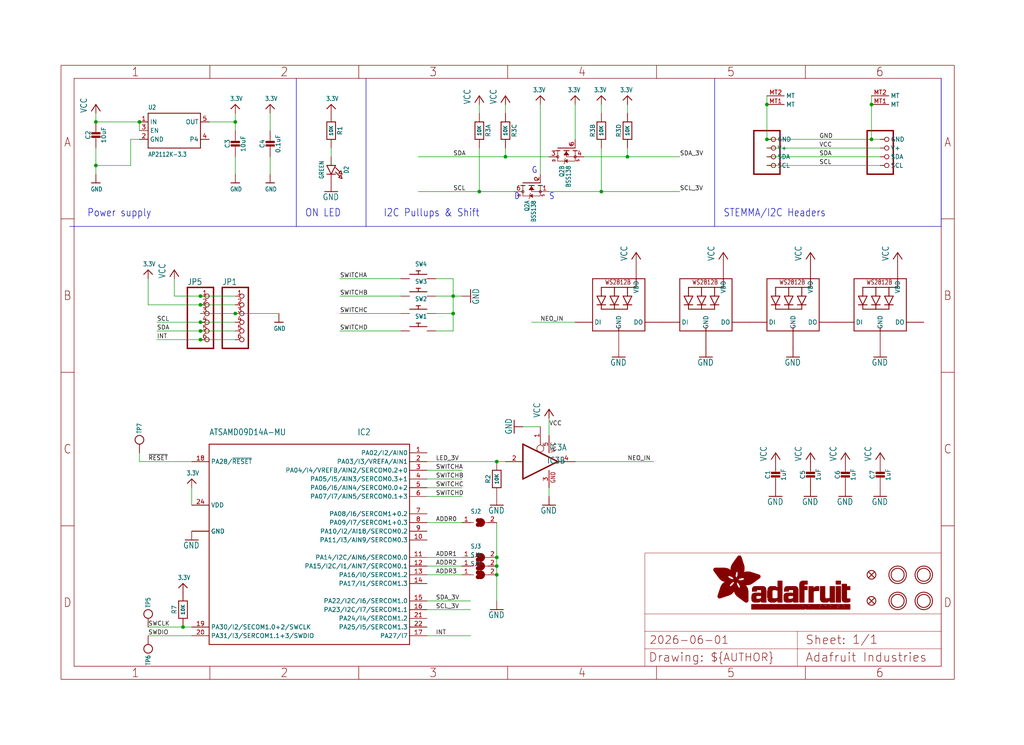
<source format=kicad_sch>
(kicad_sch (version 20230121) (generator eeschema)
  (paper "User" 298.45 217.322)
  (lib_symbols
    (symbol "working-eagle-import:3.3V" (power)
      (property "Value" "3.3V" (at -1.524 1.016 0))
      (symbol "3.3V_1_0"
        (pin power_in line (at 0 -2.54 90) (length 2.54) (name "3.3V") (number "1"))
      )
    )
    (symbol "working-eagle-import:741G125DBV"
      (property "Reference" "IC" (at -0.635 -0.635 0))
      (symbol "741G125DBV_1_0"
        (pin input line (at 0 10.16 270) (length 5.08) (name "OE") (number "1"))
        (pin input line (at -10.16 0 0) (length 5.08) (name "I") (number "2"))
        (pin tri_state line (at 10.16 0 180) (length 5.08) (name "O") (number "4"))
      )
      (symbol "741G125DBV_2_0"
        (text "GND" (at 1.905 -6.35 900) (effects (font (size 1.27 1.0795)) (justify left bottom)))
        (text "VCC" (at 1.905 2.54 900) (effects (font (size 1.27 1.0795)) (justify left bottom)))
        (pin power_in line (at 0 -7.62 90) (length 5.08) (name "GND") (number "3"))
        (pin power_in line (at 0 7.62 270) (length 5.08) (name "VCC") (number "5"))
      )
    )
    (symbol "working-eagle-import:ATSAMD09D14A-MU"
      (property "Reference" "IC" (at 12.7 33.02 0))
      (symbol "ATSAMD09D14A-MU_1_0"
        (pin bidirectional line (at 33.02 27.94 180) (length 5.08) (name "PA02/I2/AIN0") (number "1"))
        (pin bidirectional line (at 33.02 2.54 180) (length 5.08) (name "PA11/I3/AIN9/SERCOM0.3") (number "10"))
        (pin bidirectional line (at 33.02 -2.54 180) (length 5.08) (name "PA14/I2C/AIN6/SERCOM0.0") (number "11"))
        (pin bidirectional line (at 33.02 -5.08 180) (length 5.08) (name "PA15/I2C/I1/AIN7/SERCOM0.1") (number "12"))
        (pin bidirectional line (at 33.02 -7.62 180) (length 5.08) (name "PA16/I0/SERCOM1.2") (number "13"))
        (pin bidirectional line (at 33.02 -10.16 180) (length 5.08) (name "PA17/I1/SERCOM1.3") (number "14"))
        (pin bidirectional line (at 33.02 -15.24 180) (length 5.08) (name "PA22/I2C/I6/SERCOM1.0") (number "15"))
        (pin bidirectional line (at 33.02 -17.78 180) (length 5.08) (name "PA23/I2C/I7/SERCOM1.1") (number "16"))
        (pin bidirectional line (at 33.02 -25.4 180) (length 5.08) (name "PA27/I7") (number "17"))
        (pin bidirectional line (at -35.56 25.4 0) (length 5.08) (name "PA28/~{RESET}") (number "18"))
        (pin bidirectional line (at -35.56 -22.86 0) (length 5.08) (name "PA30/I2/SECOM1.0+2/SWCLK") (number "19"))
        (pin bidirectional line (at 33.02 25.4 180) (length 5.08) (name "PA03/I3/VREFA/AIN1") (number "2"))
        (pin bidirectional line (at -35.56 -25.4 0) (length 5.08) (name "PA31/I3/SERCOM1.1+3/SWDIO") (number "20"))
        (pin bidirectional line (at 33.02 -20.32 180) (length 5.08) (name "PA24/I4/SERCOM1.2") (number "21"))
        (pin bidirectional line (at 33.02 -22.86 180) (length 5.08) (name "PA25/I5/SERCOM1.3") (number "22"))
        (pin power_in line (at -35.56 5.08 0) (length 5.08) (name "GND") (number "23"))
        (pin power_in line (at -35.56 12.7 0) (length 5.08) (name "VDD") (number "24"))
        (pin bidirectional line (at 33.02 22.86 180) (length 5.08) (name "PA04/I4/VREFB/AIN2/SERCOM0.2+0") (number "3"))
        (pin bidirectional line (at 33.02 20.32 180) (length 5.08) (name "PA05/I5/AIN3/SERCOM0.3+1") (number "4"))
        (pin bidirectional line (at 33.02 17.78 180) (length 5.08) (name "PA06/I6/AIN4/SERCOM0.0+2") (number "5"))
        (pin bidirectional line (at 33.02 15.24 180) (length 5.08) (name "PA07/I7/AIN5/SERCOM0.1+3") (number "6"))
        (pin bidirectional line (at 33.02 10.16 180) (length 5.08) (name "PA08/I6/SERCOM1+0.2") (number "7"))
        (pin bidirectional line (at 33.02 7.62 180) (length 5.08) (name "PA09/I7/SERCOM1+0.3") (number "8"))
        (pin bidirectional line (at 33.02 5.08 180) (length 5.08) (name "PA10/I2/AI18/SERCOM0.2") (number "9"))
        (pin power_in line (at -35.56 5.08 0) (length 5.08) (name "GND") (number "THERM"))
      )
    )
    (symbol "working-eagle-import:CAP_CERAMIC0603_NO"
      (property "Reference" "C" (at -2.29 1.25 90))
      (symbol "CAP_CERAMIC0603_NO_1_0"
        (pin passive line (at 0 5.08 270) (length 2.54) (name "1") (number "1"))
        (pin passive line (at 0 -2.54 90) (length 2.54) (name "2") (number "2"))
      )
    )
    (symbol "working-eagle-import:CAP_CERAMIC0805-NOOUTLINE"
      (property "Reference" "C" (at -2.29 1.25 90))
      (symbol "CAP_CERAMIC0805-NOOUTLINE_1_0"
        (pin passive line (at 0 5.08 270) (length 2.54) (name "1") (number "1"))
        (pin passive line (at 0 -2.54 90) (length 2.54) (name "2") (number "2"))
      )
    )
    (symbol "working-eagle-import:FIDUCIAL_1MM")
    (symbol "working-eagle-import:FRAME_A4_ADAFRUIT"
      (symbol "FRAME_A4_ADAFRUIT_1_0"
        (text "${#}/${##}" (at 230.505 10.16 0) (effects (font (size 2.54 2.54)) (justify left bottom)))
        (text "${AUTHOR}" (at 189.23 5.08 0) (effects (font (size 2.286 2.286)) (justify left bottom)))
        (text "${CURRENT_DATE}" (at 171.45 10.16 0) (effects (font (size 2.286 2.286)) (justify left bottom)))
        (text "${PROJECTNAME}" (at 171.45 15.24 0) (effects (font (size 2.54 2.54)) (justify left bottom)))
        (text "1" (at 21.6958 1.905 0) (effects (font (size 2.54 2.286))))
        (text "1" (at 21.6958 177.165 0) (effects (font (size 2.54 2.286))))
        (text "2" (at 65.0875 1.905 0) (effects (font (size 2.54 2.286))))
        (text "2" (at 65.0875 177.165 0) (effects (font (size 2.54 2.286))))
        (text "3" (at 108.4792 1.905 0) (effects (font (size 2.54 2.286))))
        (text "3" (at 108.4792 177.165 0) (effects (font (size 2.54 2.286))))
        (text "4" (at 151.8708 1.905 0) (effects (font (size 2.54 2.286))))
        (text "4" (at 151.8708 177.165 0) (effects (font (size 2.54 2.286))))
        (text "5" (at 195.2625 1.905 0) (effects (font (size 2.54 2.286))))
        (text "5" (at 195.2625 177.165 0) (effects (font (size 2.54 2.286))))
        (text "6" (at 238.6542 1.905 0) (effects (font (size 2.54 2.286))))
        (text "6" (at 238.6542 177.165 0) (effects (font (size 2.54 2.286))))
        (text "A" (at 1.905 156.6863 0) (effects (font (size 2.54 2.286))))
        (text "A" (at 258.445 156.6863 0) (effects (font (size 2.54 2.286))))
        (text "Adafruit Industries" (at 216.916 4.953 0) (effects (font (size 2.54 2.54)) (justify left bottom)))
        (text "B" (at 1.905 111.9188 0) (effects (font (size 2.54 2.286))))
        (text "B" (at 258.445 111.9188 0) (effects (font (size 2.54 2.286))))
        (text "C" (at 1.905 67.1513 0) (effects (font (size 2.54 2.286))))
        (text "C" (at 258.445 67.1513 0) (effects (font (size 2.54 2.286))))
        (text "D" (at 1.905 22.3838 0) (effects (font (size 2.54 2.286))))
        (text "D" (at 258.445 22.3838 0) (effects (font (size 2.54 2.286))))
        (text "Drawing:" (at 171.196 4.953 0) (effects (font (size 2.54 2.54)) (justify left bottom)))
        (text "Sheet:" (at 216.916 10.033 0) (effects (font (size 2.54 2.54)) (justify left bottom)))
      )
    )
    (symbol "working-eagle-import:GND" (power)
      (property "Value" "GND" (at -1.524 -2.54 0))
      (symbol "GND_1_0"
        (pin power_in line (at 0 2.54 270) (length 2.54) (name "GND") (number "1"))
      )
    )
    (symbol "working-eagle-import:HEADER-1X670MIL"
      (property "Reference" "JP" (at -6.35 10.795 0))
      (symbol "HEADER-1X670MIL_1_0"
        (pin passive inverted (at -2.54 7.62 0) (length 2.54) (name "1") (number "1"))
        (pin passive inverted (at -2.54 5.08 0) (length 2.54) (name "2") (number "2"))
        (pin passive inverted (at -2.54 2.54 0) (length 2.54) (name "3") (number "3"))
        (pin passive inverted (at -2.54 0 0) (length 2.54) (name "4") (number "4"))
        (pin passive inverted (at -2.54 -2.54 0) (length 2.54) (name "5") (number "5"))
        (pin passive inverted (at -2.54 -5.08 0) (length 2.54) (name "6") (number "6"))
      )
    )
    (symbol "working-eagle-import:LED0603_NOOUTLINE"
      (property "Reference" "D" (at -1.27 4.445 0))
      (symbol "LED0603_NOOUTLINE_1_0"
        (pin passive line (at -5.08 0 0) (length 2.54) (name "A") (number "A"))
        (pin passive line (at 2.54 0 180) (length 2.54) (name "C") (number "C"))
      )
    )
    (symbol "working-eagle-import:MOSFET-N_DUAL"
      (property "Reference" "Q" (at 5.08 0.635 0))
      (symbol "MOSFET-N_DUAL_1_0"
        (text "D" (at 3.175 3.175 0) (effects (font (size 0.8128 0.6908)) (justify left bottom)))
        (text "G" (at -1.27 -1.905 0) (effects (font (size 0.8128 0.6908)) (justify left bottom)))
        (text "S" (at 3.175 -3.81 0) (effects (font (size 0.8128 0.6908)) (justify left bottom)))
        (pin bidirectional line (at 2.54 -5.08 90) (length 2.54) (name "S") (number "1"))
        (pin bidirectional line (at -2.54 -2.54 0) (length 2.54) (name "G") (number "2"))
        (pin bidirectional line (at 2.54 5.08 270) (length 2.54) (name "D") (number "6"))
      )
      (symbol "MOSFET-N_DUAL_2_0"
        (text "D" (at 3.175 3.175 0) (effects (font (size 0.8128 0.6908)) (justify left bottom)))
        (text "G" (at -1.27 -1.905 0) (effects (font (size 0.8128 0.6908)) (justify left bottom)))
        (text "S" (at 3.175 -3.81 0) (effects (font (size 0.8128 0.6908)) (justify left bottom)))
        (pin bidirectional line (at 2.54 5.08 270) (length 2.54) (name "D") (number "3"))
        (pin bidirectional line (at 2.54 -5.08 90) (length 2.54) (name "S") (number "4"))
        (pin bidirectional line (at -2.54 -2.54 0) (length 2.54) (name "G") (number "5"))
      )
    )
    (symbol "working-eagle-import:MOUNTINGHOLE2.5")
    (symbol "working-eagle-import:RESISTOR_0603_NOOUT"
      (property "Reference" "R" (at 0 2.54 0))
      (symbol "RESISTOR_0603_NOOUT_1_0"
        (pin passive line (at -5.08 0 0) (length 2.54) (name "1") (number "1"))
        (pin passive line (at 5.08 0 180) (length 2.54) (name "2") (number "2"))
      )
    )
    (symbol "working-eagle-import:RESISTOR_4PACK"
      (property "Reference" "R" (at 0 2.54 0))
      (symbol "RESISTOR_4PACK_1_0"
        (pin passive line (at -5.08 0 0) (length 2.54) (name "1") (number "1"))
        (pin passive line (at 5.08 0 180) (length 2.54) (name "2") (number "8"))
      )
      (symbol "RESISTOR_4PACK_2_0"
        (pin passive line (at -5.08 0 0) (length 2.54) (name "1") (number "2"))
        (pin passive line (at 5.08 0 180) (length 2.54) (name "2") (number "7"))
      )
      (symbol "RESISTOR_4PACK_3_0"
        (pin passive line (at -5.08 0 0) (length 2.54) (name "1") (number "3"))
        (pin passive line (at 5.08 0 180) (length 2.54) (name "2") (number "6"))
      )
      (symbol "RESISTOR_4PACK_4_0"
        (pin passive line (at -5.08 0 0) (length 2.54) (name "1") (number "4"))
        (pin passive line (at 5.08 0 180) (length 2.54) (name "2") (number "5"))
      )
    )
    (symbol "working-eagle-import:SOLDERJUMPER"
      (property "Reference" "SJ" (at -2.54 2.54 0))
      (symbol "SOLDERJUMPER_1_0"
        (pin passive line (at -5.08 0 0) (length 2.54) (name "1") (number "1"))
        (pin passive line (at 5.08 0 180) (length 2.54) (name "2") (number "2"))
      )
    )
    (symbol "working-eagle-import:STEMMA_I2C_QT"
      (symbol "STEMMA_I2C_QT_1_0"
        (pin passive inverted (at 0 5.08 0) (length 2.54) (name "GND") (number "1"))
        (pin passive inverted (at 0 2.54 0) (length 2.54) (name "V+") (number "2"))
        (pin passive inverted (at 0 0 0) (length 2.54) (name "SDA") (number "3"))
        (pin passive inverted (at 0 -2.54 0) (length 2.54) (name "SCL") (number "4"))
      )
      (symbol "STEMMA_I2C_QT_2_0"
        (pin bidirectional line (at 0 0 0) (length 5.08) (name "MT") (number "MT1"))
      )
      (symbol "STEMMA_I2C_QT_3_0"
        (pin bidirectional line (at 0 0 0) (length 5.08) (name "MT") (number "MT2"))
      )
    )
    (symbol "working-eagle-import:SWITCH_PUSHBUTTON_KAILH_SOCKET"
      (property "Reference" "SW" (at -2.54 3.556 0))
      (symbol "SWITCH_PUSHBUTTON_KAILH_SOCKET_1_0"
        (pin passive line (at -5.08 0 0) (length 2.54) (name "P$1") (number "1"))
        (pin passive line (at 5.08 0 180) (length 2.54) (name "P$2") (number "2"))
      )
    )
    (symbol "working-eagle-import:TESTPOINTROUND1.5MM"
      (property "Reference" "TP" (at 0 5.588 90))
      (symbol "TESTPOINTROUND1.5MM_1_0"
        (pin bidirectional line (at 0 0 90) (length 2.54) (name "P$1") (number "P$1"))
      )
    )
    (symbol "working-eagle-import:VCC" (power)
      (property "Value" "VCC" (at -2.54 -2.54 90))
      (symbol "VCC_1_0"
        (pin power_in line (at 0 -2.54 90) (length 2.54) (name "VCC") (number "1"))
      )
    )
    (symbol "working-eagle-import:VREG_SOT23-5"
      (property "Reference" "U" (at -7.62 6.096 0))
      (symbol "VREG_SOT23-5_1_0"
        (pin power_in line (at -10.16 2.54 0) (length 2.54) (name "IN") (number "1"))
        (pin power_in line (at -10.16 -2.54 0) (length 2.54) (name "GND") (number "2"))
        (pin input line (at -10.16 0 0) (length 2.54) (name "EN") (number "3"))
        (pin bidirectional line (at 10.16 -2.54 180) (length 2.54) (name "P4") (number "4"))
        (pin power_in line (at 10.16 2.54 180) (length 2.54) (name "OUT") (number "5"))
      )
    )
    (symbol "working-eagle-import:WS2812B_SK6812E"
      (symbol "WS2812B_SK6812E_1_0"
        (text "WS2812B" (at -4.064 8.382 0) (effects (font (size 1.27 1.0795)) (justify left bottom)))
        (pin power_in line (at 5.08 15.24 270) (length 5.08) (name "VDD") (number "1-VDD"))
        (pin output line (at 12.7 -2.54 180) (length 5.08) (name "DO") (number "2-DOUT"))
        (pin power_in line (at 0 -10.16 90) (length 5.08) (name "GND") (number "3-GND"))
        (pin input line (at -12.7 -2.54 0) (length 5.08) (name "DI") (number "4-DIN"))
      )
    )
    (symbol "working-eagle-import:supply1_GND" (power)
      (property "Value" "supply1_GND" (at -2.54 -2.54 0))
      (symbol "supply1_GND_1_0"
        (pin power_in line (at 0 2.54 270) (length 2.54) (name "GND") (number "1"))
      )
    )
  )
  (junction (at 223.52 30.48))
  (junction (at 144.78 162.56))
  (junction (at 147.32 45.72))
  (junction (at 132.08 91.44))
  (junction (at 254 30.48))
  (junction (at 58.42 93.98))
  (junction (at 182.88 45.72))
  (junction (at 144.78 167.64))
  (junction (at 40.64 35.56))
  (junction (at 27.94 48.26))
  (junction (at 53.34 182.88))
  (junction (at 58.42 86.36))
  (junction (at 223.52 40.64))
  (junction (at 139.7 55.88))
  (junction (at 132.08 86.36))
  (junction (at 58.42 88.9))
  (junction (at 144.78 134.62))
  (junction (at 58.42 96.52))
  (junction (at 175.26 55.88))
  (junction (at 27.94 35.56))
  (junction (at 68.58 91.44))
  (junction (at 144.78 165.1))
  (junction (at 68.58 35.56))
  (junction (at 58.42 99.06))
  (junction (at 254 40.64))
  (wire (pts (xy 116.84 91.44) (xy 99.06 91.44)) (stroke (width 0.1524)))
  (wire (pts (xy 68.58 35.56) (xy 68.58 38.1)) (stroke (width 0.1524)))
  (wire (pts (xy 144.78 162.56) (xy 144.78 165.1)) (stroke (width 0.1524)))
  (wire (pts (xy 132.08 86.36) (xy 127 86.36)) (stroke (width 0.1524)))
  (wire (pts (xy 170.18 45.72) (xy 182.88 45.72)) (stroke (width 0.1524)))
  (wire (pts (xy 223.52 30.48) (xy 223.52 40.64)) (stroke (width 0.1524)))
  (wire (pts (xy 124.46 142.24) (xy 134.62 142.24)) (stroke (width 0.1524)))
  (wire (pts (xy 157.48 50.8) (xy 157.48 30.48)) (stroke (width 0.1524)))
  (wire (pts (xy 147.32 33.02) (xy 147.32 30.48)) (stroke (width 0.1524)))
  (wire (pts (xy 58.42 99.06) (xy 45.72 99.06)) (stroke (width 0.1524)))
  (wire (pts (xy 124.46 144.78) (xy 134.62 144.78)) (stroke (width 0.1524)))
  (wire (pts (xy 144.78 167.64) (xy 144.78 175.26)) (stroke (width 0.1524)))
  (wire (pts (xy 144.78 152.4) (xy 144.78 162.56)) (stroke (width 0.1524)))
  (wire (pts (xy 124.46 177.8) (xy 137.16 177.8)) (stroke (width 0.1524)))
  (wire (pts (xy 182.88 33.02) (xy 182.88 30.48)) (stroke (width 0.1524)))
  (wire (pts (xy 43.18 88.9) (xy 43.18 81.28)) (stroke (width 0.1524)))
  (wire (pts (xy 223.52 48.26) (xy 256.54 48.26)) (stroke (width 0.1524)))
  (wire (pts (xy 40.64 35.56) (xy 27.94 35.56)) (stroke (width 0.1524)))
  (wire (pts (xy 68.58 91.44) (xy 58.42 91.44)) (stroke (width 0.1524)))
  (wire (pts (xy 27.94 48.26) (xy 27.94 50.8)) (stroke (width 0.1524)))
  (wire (pts (xy 160.02 127) (xy 160.02 121.92)) (stroke (width 0.1524)))
  (wire (pts (xy 127 91.44) (xy 132.08 91.44)) (stroke (width 0.1524)))
  (wire (pts (xy 167.64 93.98) (xy 154.94 93.98)) (stroke (width 0.1524)))
  (polyline (pts (xy 86.36 66.04) (xy 106.68 66.04)) (stroke (width 0.1524) (type solid)))
  (wire (pts (xy 137.16 185.42) (xy 124.46 185.42)) (stroke (width 0.1524)))
  (wire (pts (xy 190.5 134.62) (xy 167.64 134.62)) (stroke (width 0.1524)))
  (wire (pts (xy 116.84 86.36) (xy 99.06 86.36)) (stroke (width 0.1524)))
  (wire (pts (xy 55.88 185.42) (xy 43.18 185.42)) (stroke (width 0.1524)))
  (wire (pts (xy 27.94 33.02) (xy 27.94 35.56)) (stroke (width 0.1524)))
  (wire (pts (xy 55.88 134.62) (xy 40.64 134.62)) (stroke (width 0.1524)))
  (wire (pts (xy 40.64 134.62) (xy 40.64 132.08)) (stroke (width 0.1524)))
  (wire (pts (xy 139.7 43.18) (xy 139.7 55.88)) (stroke (width 0.1524)))
  (wire (pts (xy 127 96.52) (xy 132.08 96.52)) (stroke (width 0.1524)))
  (polyline (pts (xy 208.28 22.86) (xy 208.28 66.04)) (stroke (width 0.1524) (type solid)))
  (wire (pts (xy 175.26 33.02) (xy 175.26 30.48)) (stroke (width 0.1524)))
  (wire (pts (xy 68.58 99.06) (xy 58.42 99.06)) (stroke (width 0.1524)))
  (wire (pts (xy 144.78 165.1) (xy 144.78 167.64)) (stroke (width 0.1524)))
  (wire (pts (xy 132.08 86.36) (xy 134.62 86.36)) (stroke (width 0.1524)))
  (wire (pts (xy 27.94 48.26) (xy 27.94 43.18)) (stroke (width 0.1524)))
  (wire (pts (xy 175.26 43.18) (xy 175.26 55.88)) (stroke (width 0.1524)))
  (wire (pts (xy 254 30.48) (xy 254 40.64)) (stroke (width 0.1524)))
  (wire (pts (xy 50.8 86.36) (xy 50.8 81.28)) (stroke (width 0.1524)))
  (wire (pts (xy 157.48 124.46) (xy 152.4 124.46)) (stroke (width 0.1524)))
  (wire (pts (xy 68.58 45.72) (xy 68.58 50.8)) (stroke (width 0.1524)))
  (wire (pts (xy 68.58 93.98) (xy 58.42 93.98)) (stroke (width 0.1524)))
  (wire (pts (xy 144.78 134.62) (xy 147.32 134.62)) (stroke (width 0.1524)))
  (wire (pts (xy 175.26 55.88) (xy 198.12 55.88)) (stroke (width 0.1524)))
  (wire (pts (xy 127 81.28) (xy 132.08 81.28)) (stroke (width 0.1524)))
  (wire (pts (xy 132.08 81.28) (xy 132.08 86.36)) (stroke (width 0.1524)))
  (wire (pts (xy 58.42 86.36) (xy 50.8 86.36)) (stroke (width 0.1524)))
  (polyline (pts (xy 274.32 22.86) (xy 274.32 66.04)) (stroke (width 0.1524) (type solid)))
  (wire (pts (xy 182.88 43.18) (xy 182.88 45.72)) (stroke (width 0.1524)))
  (wire (pts (xy 124.46 152.4) (xy 134.62 152.4)) (stroke (width 0.1524)))
  (wire (pts (xy 124.46 137.16) (xy 134.62 137.16)) (stroke (width 0.1524)))
  (wire (pts (xy 124.46 175.26) (xy 137.16 175.26)) (stroke (width 0.1524)))
  (wire (pts (xy 55.88 142.24) (xy 55.88 147.32)) (stroke (width 0.1524)))
  (wire (pts (xy 124.46 165.1) (xy 134.62 165.1)) (stroke (width 0.1524)))
  (wire (pts (xy 124.46 139.7) (xy 134.62 139.7)) (stroke (width 0.1524)))
  (wire (pts (xy 147.32 43.18) (xy 147.32 45.72)) (stroke (width 0.1524)))
  (wire (pts (xy 96.52 45.72) (xy 96.52 43.18)) (stroke (width 0.1524)))
  (wire (pts (xy 40.64 40.64) (xy 38.1 40.64)) (stroke (width 0.1524)))
  (wire (pts (xy 116.84 96.52) (xy 99.06 96.52)) (stroke (width 0.1524)))
  (wire (pts (xy 116.84 81.28) (xy 99.06 81.28)) (stroke (width 0.1524)))
  (wire (pts (xy 147.32 45.72) (xy 121.92 45.72)) (stroke (width 0.1524)))
  (wire (pts (xy 223.52 27.94) (xy 223.52 30.48)) (stroke (width 0.1524)))
  (wire (pts (xy 68.58 91.44) (xy 81.28 91.44)) (stroke (width 0.1524)))
  (wire (pts (xy 78.74 45.72) (xy 78.74 50.8)) (stroke (width 0.1524)))
  (wire (pts (xy 58.42 96.52) (xy 45.72 96.52)) (stroke (width 0.1524)))
  (wire (pts (xy 58.42 93.98) (xy 45.72 93.98)) (stroke (width 0.1524)))
  (wire (pts (xy 43.18 182.88) (xy 53.34 182.88)) (stroke (width 0.1524)))
  (wire (pts (xy 160.02 144.78) (xy 160.02 142.24)) (stroke (width 0.1524)))
  (wire (pts (xy 68.58 96.52) (xy 58.42 96.52)) (stroke (width 0.1524)))
  (polyline (pts (xy 20.32 66.04) (xy 86.36 66.04)) (stroke (width 0.1524) (type solid)))
  (wire (pts (xy 160.02 55.88) (xy 175.26 55.88)) (stroke (width 0.1524)))
  (wire (pts (xy 254 40.64) (xy 223.52 40.64)) (stroke (width 0.1524)))
  (wire (pts (xy 256.54 45.72) (xy 223.52 45.72)) (stroke (width 0.1524)))
  (wire (pts (xy 38.1 40.64) (xy 38.1 48.26)) (stroke (width 0.1524)))
  (wire (pts (xy 132.08 91.44) (xy 132.08 86.36)) (stroke (width 0.1524)))
  (wire (pts (xy 68.58 35.56) (xy 68.58 33.02)) (stroke (width 0.1524)))
  (wire (pts (xy 139.7 55.88) (xy 121.92 55.88)) (stroke (width 0.1524)))
  (polyline (pts (xy 208.28 66.04) (xy 274.32 66.04)) (stroke (width 0.1524) (type solid)))
  (polyline (pts (xy 106.68 22.86) (xy 106.68 66.04)) (stroke (width 0.1524) (type solid)))
  (wire (pts (xy 38.1 48.26) (xy 27.94 48.26)) (stroke (width 0.1524)))
  (wire (pts (xy 254 27.94) (xy 254 30.48)) (stroke (width 0.1524)))
  (wire (pts (xy 160.02 45.72) (xy 147.32 45.72)) (stroke (width 0.1524)))
  (wire (pts (xy 139.7 30.48) (xy 139.7 33.02)) (stroke (width 0.1524)))
  (wire (pts (xy 53.34 182.88) (xy 55.88 182.88)) (stroke (width 0.1524)))
  (wire (pts (xy 149.86 55.88) (xy 139.7 55.88)) (stroke (width 0.1524)))
  (wire (pts (xy 124.46 134.62) (xy 144.78 134.62)) (stroke (width 0.1524)))
  (wire (pts (xy 60.96 35.56) (xy 68.58 35.56)) (stroke (width 0.1524)))
  (wire (pts (xy 256.54 40.64) (xy 254 40.64)) (stroke (width 0.1524)))
  (wire (pts (xy 68.58 86.36) (xy 58.42 86.36)) (stroke (width 0.1524)))
  (wire (pts (xy 124.46 162.56) (xy 134.62 162.56)) (stroke (width 0.1524)))
  (polyline (pts (xy 86.36 22.86) (xy 86.36 66.04)) (stroke (width 0.1524) (type solid)))
  (wire (pts (xy 124.46 167.64) (xy 134.62 167.64)) (stroke (width 0.1524)))
  (wire (pts (xy 182.88 45.72) (xy 198.12 45.72)) (stroke (width 0.1524)))
  (wire (pts (xy 40.64 38.1) (xy 40.64 35.56)) (stroke (width 0.1524)))
  (wire (pts (xy 58.42 88.9) (xy 43.18 88.9)) (stroke (width 0.1524)))
  (wire (pts (xy 78.74 33.02) (xy 78.74 38.1)) (stroke (width 0.1524)))
  (wire (pts (xy 167.64 40.64) (xy 167.64 30.48)) (stroke (width 0.1524)))
  (polyline (pts (xy 106.68 66.04) (xy 208.28 66.04)) (stroke (width 0.1524) (type solid)))
  (wire (pts (xy 223.52 43.18) (xy 256.54 43.18)) (stroke (width 0.1524)))
  (wire (pts (xy 132.08 96.52) (xy 132.08 91.44)) (stroke (width 0.1524)))
  (wire (pts (xy 68.58 88.9) (xy 58.42 88.9)) (stroke (width 0.1524)))
  (text "G" (at 154.94 50.8 0) (effects (font (size 1.778 1.5113)) (justify left bottom)))
  (text "Power supply" (at 25.4 63.5 0) (effects (font (size 2.1844 1.8567)) (justify left bottom)))
  (text "STEMMA/I2C Headers" (at 210.82 63.5 0) (effects (font (size 2.1844 1.8567)) (justify left bottom)))
  (text "ON LED" (at 88.9 63.5 0) (effects (font (size 2.1844 1.8567)) (justify left bottom)))
  (text "D" (at 149.86 58.42 0) (effects (font (size 1.778 1.5113)) (justify left bottom)))
  (text "I2C Pullups & Shift" (at 111.76 63.5 0) (effects (font (size 2.1844 1.8567)) (justify left bottom)))
  (text "S" (at 160.02 58.42 0) (effects (font (size 1.778 1.5113)) (justify left bottom)))
  (label "NEO_IN" (at 157.48 93.98 0) (effects (font (size 1.2446 1.2446))))
  (label "ADDR0" (at 127 152.4 0) (effects (font (size 1.2446 1.2446))))
  (label "SWITCHA" (at 127 137.16 0) (effects (font (size 1.2446 1.2446))))
  (label "ADDR1" (at 127 162.56 0) (effects (font (size 1.2446 1.2446))))
  (label "SWITCHB" (at 127 139.7 0) (effects (font (size 1.2446 1.2446))))
  (label "SDA" (at 132.08 45.72 0) (effects (font (size 1.2446 1.2446))))
  (label "~{RESET}" (at 43.18 134.62 0) (effects (font (size 1.2446 1.2446))))
  (label "SDA" (at 238.76 45.72 0) (effects (font (size 1.2446 1.2446))))
  (label "SWDIO" (at 43.18 185.42 0) (effects (font (size 1.2446 1.2446))))
  (label "SWITCHD" (at 99.06 96.52 0) (effects (font (size 1.2446 1.2446))))
  (label "SCL_3V" (at 198.12 55.88 0) (effects (font (size 1.2446 1.2446))))
  (label "INT" (at 127 185.42 0) (effects (font (size 1.2446 1.2446))))
  (label "SDA" (at 45.72 96.52 0) (effects (font (size 1.2446 1.2446))))
  (label "SWCLK" (at 43.18 182.88 0) (effects (font (size 1.2446 1.2446))))
  (label "SCL" (at 132.08 55.88 0) (effects (font (size 1.2446 1.2446))))
  (label "SDA_3V" (at 127 175.26 0) (effects (font (size 1.2446 1.2446))))
  (label "VCC" (at 238.76 43.18 0) (effects (font (size 1.2446 1.2446))))
  (label "SWITCHC" (at 127 142.24 0) (effects (font (size 1.2446 1.2446))))
  (label "SCL" (at 238.76 48.26 0) (effects (font (size 1.2446 1.2446))))
  (label "ADDR3" (at 127 167.64 0) (effects (font (size 1.2446 1.2446))))
  (label "SWITCHD" (at 127 144.78 0) (effects (font (size 1.2446 1.2446))))
  (label "SWITCHB" (at 99.06 86.36 0) (effects (font (size 1.2446 1.2446))))
  (label "GND" (at 238.76 40.64 0) (effects (font (size 1.2446 1.2446))))
  (label "VCC" (at 160.02 124.46 0) (effects (font (size 1.2446 1.2446))))
  (label "INT" (at 45.72 99.06 0) (effects (font (size 1.2446 1.2446))))
  (label "LED_3V" (at 127 134.62 0) (effects (font (size 1.2446 1.2446))))
  (label "ADDR2" (at 127 165.1 0) (effects (font (size 1.2446 1.2446))))
  (label "SDA_3V" (at 198.12 45.72 0) (effects (font (size 1.2446 1.2446))))
  (label "SCL_3V" (at 127 177.8 0) (effects (font (size 1.2446 1.2446))))
  (label "NEO_IN" (at 182.88 134.62 0) (effects (font (size 1.2446 1.2446))))
  (label "SWITCHA" (at 99.06 81.28 0) (effects (font (size 1.2446 1.2446))))
  (label "SWITCHC" (at 99.06 91.44 0) (effects (font (size 1.2446 1.2446))))
  (label "SCL" (at 45.72 93.98 0) (effects (font (size 1.2446 1.2446))))
  (symbol (lib_id "working-eagle-import:STEMMA_I2C_QT") (at 254 30.48 0) (unit 2)
    (property "Reference" "CONN4" (effects hide))
    (property "Value" "STEMMA_I2C_QT" (effects hide))
    (property "Footprint" "working:JST_SH4" (effects hide))
  )
  (symbol (lib_id "working-eagle-import:VCC") (at 256.54 132.08 0) (unit 1)
    (property "Reference" "#P+13" (effects hide))
    (property "Value" "VCC" (at 254 134.62 90) (effects (font (size 1.778 1.5113)) (justify left bottom)))
  )
  (symbol (lib_id "working-eagle-import:VCC") (at 50.8 78.74 0) (unit 1)
    (property "Reference" "#P+4" (effects hide))
    (property "Value" "VCC" (at 48.26 81.28 90) (effects (font (size 1.778 1.5113)) (justify left bottom)))
  )
  (symbol (lib_id "working-eagle-import:741G125DBV") (at 160.02 134.62 0) (unit 2)
    (property "Reference" "IC3" (at 159.385 135.255 0) (effects (font (size 1.778 1.5113)) (justify left bottom)))
    (property "Value" "741G125DBV" (effects hide))
    (property "Footprint" "working:SOT23-5" (effects hide))
  )
  (symbol (lib_id "working-eagle-import:VCC") (at 139.7 27.94 0) (unit 1)
    (property "Reference" "#P+1" (effects hide))
    (property "Value" "VCC" (at 137.16 30.48 90) (effects (font (size 1.778 1.5113)) (justify left bottom)))
  )
  (symbol (lib_id "working-eagle-import:supply1_GND") (at 160.02 147.32 0) (unit 1)
    (property "Reference" "#GND11" (effects hide))
    (property "Value" "GND" (at 157.48 149.86 0) (effects (font (size 1.778 1.5113)) (justify left bottom)))
  )
  (symbol (lib_id "working-eagle-import:CAP_CERAMIC0805-NOOUTLINE") (at 68.58 43.18 0) (unit 1)
    (property "Reference" "C3" (at 66.29 41.93 90))
    (property "Value" "10uF" (at 70.88 41.93 90))
    (property "Footprint" "working:0805-NO" (effects hide))
  )
  (symbol (lib_id "working-eagle-import:VCC") (at 210.82 73.66 0) (unit 1)
    (property "Reference" "#P+7" (effects hide))
    (property "Value" "VCC" (at 208.28 76.2 90) (effects (font (size 1.778 1.5113)) (justify left bottom)))
  )
  (symbol (lib_id "working-eagle-import:VCC") (at 236.22 132.08 0) (unit 1)
    (property "Reference" "#P+11" (effects hide))
    (property "Value" "VCC" (at 233.68 134.62 90) (effects (font (size 1.778 1.5113)) (justify left bottom)))
  )
  (symbol (lib_id "working-eagle-import:FIDUCIAL_1MM") (at 254 167.64 0) (unit 1)
    (property "Reference" "FID2" (effects hide))
    (property "Value" "FIDUCIAL_1MM" (effects hide))
    (property "Footprint" "working:FIDUCIAL_1MM" (effects hide))
  )
  (symbol (lib_id "working-eagle-import:STEMMA_I2C_QT") (at 256.54 45.72 0) (unit 1)
    (property "Reference" "CONN4" (effects hide))
    (property "Value" "STEMMA_I2C_QT" (effects hide))
    (property "Footprint" "working:JST_SH4" (effects hide))
  )
  (symbol (lib_id "working-eagle-import:MOSFET-N_DUAL") (at 154.94 53.34 90) (mirror x) (unit 1)
    (property "Reference" "Q2" (at 154.305 58.42 0) (effects (font (size 1.27 1.0795)) (justify left bottom)))
    (property "Value" "BSS138" (at 156.21 58.42 0) (effects (font (size 1.27 1.0795)) (justify left bottom)))
    (property "Footprint" "working:SOT363" (effects hide))
  )
  (symbol (lib_id "working-eagle-import:MOUNTINGHOLE2.5") (at 261.62 167.64 0) (unit 1)
    (property "Reference" "U$17" (effects hide))
    (property "Value" "MOUNTINGHOLE2.5" (effects hide))
    (property "Footprint" "working:MOUNTINGHOLE_2.5_PLATED" (effects hide))
  )
  (symbol (lib_id "working-eagle-import:supply1_GND") (at 205.74 104.14 0) (unit 1)
    (property "Reference" "#GND2" (effects hide))
    (property "Value" "GND" (at 203.2 106.68 0) (effects (font (size 1.778 1.5113)) (justify left bottom)))
  )
  (symbol (lib_id "working-eagle-import:GND") (at 68.58 53.34 0) (unit 1)
    (property "Reference" "#U$5" (effects hide))
    (property "Value" "GND" (at 67.056 55.88 0) (effects (font (size 1.27 1.0795)) (justify left bottom)))
  )
  (symbol (lib_id "working-eagle-import:3.3V") (at 167.64 27.94 0) (mirror y) (unit 1)
    (property "Reference" "#U$23" (effects hide))
    (property "Value" "3.3V" (at 169.164 26.924 0) (effects (font (size 1.27 1.0795)) (justify left bottom)))
  )
  (symbol (lib_id "working-eagle-import:3.3V") (at 43.18 78.74 0) (unit 1)
    (property "Reference" "#U$16" (effects hide))
    (property "Value" "3.3V" (at 41.656 77.724 0) (effects (font (size 1.27 1.0795)) (justify left bottom)))
  )
  (symbol (lib_id "working-eagle-import:LED0603_NOOUTLINE") (at 96.52 50.8 270) (unit 1)
    (property "Reference" "D2" (at 100.965 49.53 0) (effects (font (size 1.27 1.0795))))
    (property "Value" "GREEN" (at 93.726 49.53 0) (effects (font (size 1.27 1.0795))))
    (property "Footprint" "working:CHIPLED_0603_NOOUTLINE" (effects hide))
  )
  (symbol (lib_id "working-eagle-import:SOLDERJUMPER") (at 139.7 165.1 0) (unit 1)
    (property "Reference" "SJ4" (at 137.16 162.56 0) (effects (font (size 1.27 1.0795)) (justify left bottom)))
    (property "Value" "SOLDERJUMPER" (effects hide))
    (property "Footprint" "working:SOLDERJUMPER_ARROW_NOPASTE" (effects hide))
  )
  (symbol (lib_id "working-eagle-import:MOUNTINGHOLE2.5") (at 261.62 175.26 0) (unit 1)
    (property "Reference" "U$3" (effects hide))
    (property "Value" "MOUNTINGHOLE2.5" (effects hide))
    (property "Footprint" "working:MOUNTINGHOLE_2.5_PLATED" (effects hide))
  )
  (symbol (lib_id "working-eagle-import:3.3V") (at 157.48 27.94 0) (mirror y) (unit 1)
    (property "Reference" "#U$26" (effects hide))
    (property "Value" "3.3V" (at 159.004 26.924 0) (effects (font (size 1.27 1.0795)) (justify left bottom)))
  )
  (symbol (lib_id "working-eagle-import:HEADER-1X670MIL") (at 71.12 93.98 0) (unit 1)
    (property "Reference" "JP1" (at 64.77 83.185 0) (effects (font (size 1.778 1.5113)) (justify left bottom)))
    (property "Value" "HEADER-1X670MIL" (effects hide))
    (property "Footprint" "working:1X06_ROUND_70" (effects hide))
  )
  (symbol (lib_id "working-eagle-import:CAP_CERAMIC0603_NO") (at 226.06 139.7 0) (unit 1)
    (property "Reference" "C1" (at 223.77 138.45 90))
    (property "Value" "1uF" (at 228.36 138.45 90))
    (property "Footprint" "working:0603-NO" (effects hide))
  )
  (symbol (lib_id "working-eagle-import:supply1_GND") (at 226.06 144.78 0) (unit 1)
    (property "Reference" "#GND3" (effects hide))
    (property "Value" "GND" (at 223.52 147.32 0) (effects (font (size 1.778 1.5113)) (justify left bottom)))
  )
  (symbol (lib_id "working-eagle-import:TESTPOINTROUND1.5MM") (at 43.18 185.42 180) (unit 1)
    (property "Reference" "TP6" (at 43.18 191.008 90) (effects (font (size 1.27 1.0795)) (justify left)))
    (property "Value" "TESTPOINTROUND1.5MM" (effects hide))
    (property "Footprint" "working:TESTPOINT_ROUND_1.5MM" (effects hide))
  )
  (symbol (lib_id "working-eagle-import:SOLDERJUMPER") (at 139.7 152.4 0) (unit 1)
    (property "Reference" "SJ2" (at 137.16 149.86 0) (effects (font (size 1.27 1.0795)) (justify left bottom)))
    (property "Value" "SOLDERJUMPER" (effects hide))
    (property "Footprint" "working:SOLDERJUMPER_ARROW_NOPASTE" (effects hide))
  )
  (symbol (lib_id "working-eagle-import:supply1_GND") (at 149.86 124.46 270) (unit 1)
    (property "Reference" "#GND10" (effects hide))
    (property "Value" "GND" (at 147.32 121.92 0) (effects (font (size 1.778 1.5113)) (justify left bottom)))
  )
  (symbol (lib_id "working-eagle-import:STEMMA_I2C_QT") (at 223.52 30.48 0) (unit 2)
    (property "Reference" "CONN3" (effects hide))
    (property "Value" "STEMMA_I2C_QT" (effects hide))
    (property "Footprint" "working:JST_SH4" (effects hide))
  )
  (symbol (lib_id "working-eagle-import:RESISTOR_0603_NOOUT") (at 96.52 38.1 270) (unit 1)
    (property "Reference" "R1" (at 99.06 38.1 0))
    (property "Value" "10K" (at 96.52 38.1 0) (effects (font (size 1.016 1.016) bold)))
    (property "Footprint" "working:0603-NO" (effects hide))
  )
  (symbol (lib_id "working-eagle-import:SOLDERJUMPER") (at 139.7 162.56 0) (unit 1)
    (property "Reference" "SJ3" (at 137.16 160.02 0) (effects (font (size 1.27 1.0795)) (justify left bottom)))
    (property "Value" "SOLDERJUMPER" (effects hide))
    (property "Footprint" "working:SOLDERJUMPER_ARROW_NOPASTE" (effects hide))
  )
  (symbol (lib_id "working-eagle-import:3.3V") (at 182.88 27.94 0) (mirror y) (unit 1)
    (property "Reference" "#U$7" (effects hide))
    (property "Value" "3.3V" (at 184.404 26.924 0) (effects (font (size 1.27 1.0795)) (justify left bottom)))
  )
  (symbol (lib_id "working-eagle-import:TESTPOINTROUND1.5MM") (at 40.64 132.08 0) (unit 1)
    (property "Reference" "TP7" (at 40.64 126.492 90) (effects (font (size 1.27 1.0795)) (justify left)))
    (property "Value" "TESTPOINTROUND1.5MM" (effects hide))
    (property "Footprint" "working:TESTPOINT_ROUND_1.5MM" (effects hide))
  )
  (symbol (lib_id "working-eagle-import:supply1_GND") (at 256.54 144.78 0) (unit 1)
    (property "Reference" "#GND7" (effects hide))
    (property "Value" "GND" (at 254 147.32 0) (effects (font (size 1.778 1.5113)) (justify left bottom)))
  )
  (symbol (lib_id "working-eagle-import:RESISTOR_4PACK") (at 175.26 38.1 90) (mirror x) (unit 2)
    (property "Reference" "R3" (at 172.72 38.1 0))
    (property "Value" "10K" (at 175.26 38.1 0) (effects (font (size 1.016 1.016) bold)))
    (property "Footprint" "working:RESPACK_4X0603" (effects hide))
  )
  (symbol (lib_id "working-eagle-import:RESISTOR_4PACK") (at 147.32 38.1 270) (unit 3)
    (property "Reference" "R3" (at 149.86 38.1 0))
    (property "Value" "10K" (at 147.32 38.1 0) (effects (font (size 1.016 1.016) bold)))
    (property "Footprint" "working:RESPACK_4X0603" (effects hide))
  )
  (symbol (lib_id "working-eagle-import:SWITCH_PUSHBUTTON_KAILH_SOCKET") (at 121.92 86.36 0) (mirror y) (unit 1)
    (property "Reference" "SW3" (at 124.46 82.804 0) (effects (font (size 1.27 1.0795)) (justify left bottom)))
    (property "Value" "SWITCH_PUSHBUTTON_KAILH_SOCKET" (effects hide))
    (property "Footprint" "working:KAILH_SOCKET" (effects hide))
  )
  (symbol (lib_id "working-eagle-import:VCC") (at 160.02 119.38 0) (unit 1)
    (property "Reference" "#P+6" (effects hide))
    (property "Value" "VCC" (at 157.48 121.92 90) (effects (font (size 1.778 1.5113)) (justify left bottom)))
  )
  (symbol (lib_id "working-eagle-import:WS2812B_SK6812E") (at 256.54 91.44 0) (unit 1)
    (property "Reference" "LED4" (effects hide))
    (property "Value" "WS2812B_SK6812E" (effects hide))
    (property "Footprint" "working:NEO3535_REVERSE" (effects hide))
  )
  (symbol (lib_id "working-eagle-import:supply1_GND") (at 180.34 104.14 0) (unit 1)
    (property "Reference" "#GND1" (effects hide))
    (property "Value" "GND" (at 177.8 106.68 0) (effects (font (size 1.778 1.5113)) (justify left bottom)))
  )
  (symbol (lib_id "working-eagle-import:HEADER-1X670MIL") (at 60.96 93.98 0) (unit 1)
    (property "Reference" "JP5" (at 54.61 83.185 0) (effects (font (size 1.778 1.5113)) (justify left bottom)))
    (property "Value" "HEADER-1X670MIL" (effects hide))
    (property "Footprint" "working:1X06_ROUND_70" (effects hide))
  )
  (symbol (lib_id "working-eagle-import:supply1_GND") (at 144.78 147.32 0) (unit 1)
    (property "Reference" "#GND14" (effects hide))
    (property "Value" "GND" (at 142.24 149.86 0) (effects (font (size 1.778 1.5113)) (justify left bottom)))
  )
  (symbol (lib_id "working-eagle-import:3.3V") (at 78.74 30.48 0) (unit 1)
    (property "Reference" "#U$14" (effects hide))
    (property "Value" "3.3V" (at 77.216 29.464 0) (effects (font (size 1.27 1.0795)) (justify left bottom)))
  )
  (symbol (lib_id "working-eagle-import:supply1_GND") (at 236.22 144.78 0) (unit 1)
    (property "Reference" "#GND4" (effects hide))
    (property "Value" "GND" (at 233.68 147.32 0) (effects (font (size 1.778 1.5113)) (justify left bottom)))
  )
  (symbol (lib_id "working-eagle-import:3.3V") (at 96.52 30.48 0) (unit 1)
    (property "Reference" "#U$8" (effects hide))
    (property "Value" "3.3V" (at 94.996 29.464 0) (effects (font (size 1.27 1.0795)) (justify left bottom)))
  )
  (symbol (lib_id "working-eagle-import:VREG_SOT23-5") (at 50.8 38.1 0) (unit 1)
    (property "Reference" "U2" (at 43.18 32.004 0) (effects (font (size 1.27 1.0795)) (justify left bottom)))
    (property "Value" "AP2112K-3.3" (at 43.18 45.72 0) (effects (font (size 1.27 1.0795)) (justify left bottom)))
    (property "Footprint" "working:SOT23-5" (effects hide))
  )
  (symbol (lib_id "working-eagle-import:VCC") (at 246.38 132.08 0) (unit 1)
    (property "Reference" "#P+12" (effects hide))
    (property "Value" "VCC" (at 243.84 134.62 90) (effects (font (size 1.778 1.5113)) (justify left bottom)))
  )
  (symbol (lib_id "working-eagle-import:RESISTOR_0603_NOOUT") (at 144.78 139.7 90) (unit 1)
    (property "Reference" "R2" (at 142.24 139.7 0))
    (property "Value" "10K" (at 144.78 139.7 0) (effects (font (size 1.016 1.016) bold)))
    (property "Footprint" "working:0603-NO" (effects hide))
  )
  (symbol (lib_id "working-eagle-import:VCC") (at 236.22 73.66 0) (unit 1)
    (property "Reference" "#P+8" (effects hide))
    (property "Value" "VCC" (at 233.68 76.2 90) (effects (font (size 1.778 1.5113)) (justify left bottom)))
  )
  (symbol (lib_id "working-eagle-import:supply1_GND") (at 256.54 104.14 0) (unit 1)
    (property "Reference" "#GND9" (effects hide))
    (property "Value" "GND" (at 254 106.68 0) (effects (font (size 1.778 1.5113)) (justify left bottom)))
  )
  (symbol (lib_id "working-eagle-import:RESISTOR_4PACK") (at 139.7 38.1 270) (unit 1)
    (property "Reference" "R3" (at 142.24 38.1 0))
    (property "Value" "10K" (at 139.7 38.1 0) (effects (font (size 1.016 1.016) bold)))
    (property "Footprint" "working:RESPACK_4X0603" (effects hide))
  )
  (symbol (lib_id "working-eagle-import:741G125DBV") (at 157.48 134.62 0) (unit 1)
    (property "Reference" "IC3" (at 160.02 131.445 0) (effects (font (size 1.778 1.5113)) (justify left bottom)))
    (property "Value" "741G125DBV" (effects hide))
    (property "Footprint" "working:SOT23-5" (effects hide))
  )
  (symbol (lib_id "working-eagle-import:supply1_GND") (at 144.78 177.8 0) (unit 1)
    (property "Reference" "#GND13" (effects hide))
    (property "Value" "GND" (at 142.24 180.34 0) (effects (font (size 1.778 1.5113)) (justify left bottom)))
  )
  (symbol (lib_id "working-eagle-import:3.3V") (at 175.26 27.94 0) (mirror y) (unit 1)
    (property "Reference" "#U$24" (effects hide))
    (property "Value" "3.3V" (at 176.784 26.924 0) (effects (font (size 1.27 1.0795)) (justify left bottom)))
  )
  (symbol (lib_id "working-eagle-import:GND") (at 81.28 93.98 0) (unit 1)
    (property "Reference" "#U$10" (effects hide))
    (property "Value" "GND" (at 79.756 96.52 0) (effects (font (size 1.27 1.0795)) (justify left bottom)))
  )
  (symbol (lib_id "working-eagle-import:WS2812B_SK6812E") (at 231.14 91.44 0) (unit 1)
    (property "Reference" "LED3" (effects hide))
    (property "Value" "WS2812B_SK6812E" (effects hide))
    (property "Footprint" "working:NEO3535_REVERSE" (effects hide))
  )
  (symbol (lib_id "working-eagle-import:STEMMA_I2C_QT") (at 223.52 45.72 0) (unit 1)
    (property "Reference" "CONN3" (effects hide))
    (property "Value" "STEMMA_I2C_QT" (effects hide))
    (property "Footprint" "working:JST_SH4" (effects hide))
  )
  (symbol (lib_id "working-eagle-import:GND") (at 27.94 53.34 0) (unit 1)
    (property "Reference" "#U$13" (effects hide))
    (property "Value" "GND" (at 26.416 55.88 0) (effects (font (size 1.27 1.0795)) (justify left bottom)))
  )
  (symbol (lib_id "working-eagle-import:ATSAMD09D14A-MU") (at 91.44 160.02 0) (unit 1)
    (property "Reference" "IC2" (at 104.14 127 0) (effects (font (size 1.778 1.5113)) (justify left bottom)))
    (property "Value" "ATSAMD09D14A-MU" (at 60.96 127 0) (effects (font (size 1.778 1.5113)) (justify left bottom)))
    (property "Footprint" "working:QFN24_4MM" (effects hide))
  )
  (symbol (lib_id "working-eagle-import:MOUNTINGHOLE2.5") (at 269.24 167.64 0) (unit 1)
    (property "Reference" "U$19" (effects hide))
    (property "Value" "MOUNTINGHOLE2.5" (effects hide))
    (property "Footprint" "working:MOUNTINGHOLE_2.5_PLATED" (effects hide))
  )
  (symbol (lib_id "working-eagle-import:supply1_GND") (at 246.38 144.78 0) (unit 1)
    (property "Reference" "#GND5" (effects hide))
    (property "Value" "GND" (at 243.84 147.32 0) (effects (font (size 1.778 1.5113)) (justify left bottom)))
  )
  (symbol (lib_id "working-eagle-import:SWITCH_PUSHBUTTON_KAILH_SOCKET") (at 121.92 91.44 0) (mirror y) (unit 1)
    (property "Reference" "SW2" (at 124.46 87.884 0) (effects (font (size 1.27 1.0795)) (justify left bottom)))
    (property "Value" "SWITCH_PUSHBUTTON_KAILH_SOCKET" (effects hide))
    (property "Footprint" "working:KAILH_SOCKET" (effects hide))
  )
  (symbol (lib_id "working-eagle-import:GND") (at 78.74 53.34 0) (unit 1)
    (property "Reference" "#U$6" (effects hide))
    (property "Value" "GND" (at 77.216 55.88 0) (effects (font (size 1.27 1.0795)) (justify left bottom)))
  )
  (symbol (lib_id "working-eagle-import:WS2812B_SK6812E") (at 180.34 91.44 0) (unit 1)
    (property "Reference" "LED1" (effects hide))
    (property "Value" "WS2812B_SK6812E" (effects hide))
    (property "Footprint" "working:NEO3535_REVERSE" (effects hide))
  )
  (symbol (lib_id "working-eagle-import:VCC") (at 185.42 73.66 0) (unit 1)
    (property "Reference" "#P+5" (effects hide))
    (property "Value" "VCC" (at 182.88 76.2 90) (effects (font (size 1.778 1.5113)) (justify left bottom)))
  )
  (symbol (lib_id "working-eagle-import:MOSFET-N_DUAL") (at 165.1 43.18 90) (mirror x) (unit 2)
    (property "Reference" "Q2" (at 164.465 48.26 0) (effects (font (size 1.27 1.0795)) (justify left bottom)))
    (property "Value" "BSS138" (at 166.37 48.26 0) (effects (font (size 1.27 1.0795)) (justify left bottom)))
    (property "Footprint" "working:SOT363" (effects hide))
  )
  (symbol (lib_id "working-eagle-import:VCC") (at 261.62 73.66 0) (unit 1)
    (property "Reference" "#P+9" (effects hide))
    (property "Value" "VCC" (at 259.08 76.2 90) (effects (font (size 1.778 1.5113)) (justify left bottom)))
  )
  (symbol (lib_id "working-eagle-import:CAP_CERAMIC0603_NO") (at 78.74 43.18 0) (unit 1)
    (property "Reference" "C4" (at 76.45 41.93 90))
    (property "Value" "0.1uF" (at 81.04 41.93 90))
    (property "Footprint" "working:0603-NO" (effects hide))
  )
  (symbol (lib_id "working-eagle-import:supply1_GND") (at 137.16 86.36 90) (unit 1)
    (property "Reference" "#GND12" (effects hide))
    (property "Value" "GND" (at 139.7 88.9 0) (effects (font (size 1.778 1.5113)) (justify left bottom)))
  )
  (symbol (lib_id "working-eagle-import:3.3V") (at 68.58 30.48 0) (unit 1)
    (property "Reference" "#U$15" (effects hide))
    (property "Value" "3.3V" (at 67.056 29.464 0) (effects (font (size 1.27 1.0795)) (justify left bottom)))
  )
  (symbol (lib_id "working-eagle-import:SWITCH_PUSHBUTTON_KAILH_SOCKET") (at 121.92 96.52 0) (mirror y) (unit 1)
    (property "Reference" "SW1" (at 124.46 92.964 0) (effects (font (size 1.27 1.0795)) (justify left bottom)))
    (property "Value" "SWITCH_PUSHBUTTON_KAILH_SOCKET" (effects hide))
    (property "Footprint" "working:KAILH_SOCKET" (effects hide))
  )
  (symbol (lib_id "working-eagle-import:TESTPOINTROUND1.5MM") (at 43.18 182.88 0) (unit 1)
    (property "Reference" "TP5" (at 43.18 177.292 90) (effects (font (size 1.27 1.0795)) (justify left)))
    (property "Value" "TESTPOINTROUND1.5MM" (effects hide))
    (property "Footprint" "working:TESTPOINT_ROUND_1.5MM" (effects hide))
  )
  (symbol (lib_id "working-eagle-import:3.3V") (at 55.88 139.7 0) (unit 1)
    (property "Reference" "#U$20" (effects hide))
    (property "Value" "3.3V" (at 54.356 138.684 0) (effects (font (size 1.27 1.0795)) (justify left bottom)))
  )
  (symbol (lib_id "working-eagle-import:VCC") (at 27.94 30.48 0) (unit 1)
    (property "Reference" "#P+3" (effects hide))
    (property "Value" "VCC" (at 25.4 33.02 90) (effects (font (size 1.778 1.5113)) (justify left bottom)))
  )
  (symbol (lib_id "working-eagle-import:CAP_CERAMIC0603_NO") (at 236.22 139.7 0) (unit 1)
    (property "Reference" "C5" (at 233.93 138.45 90))
    (property "Value" "1uF" (at 238.52 138.45 90))
    (property "Footprint" "working:0603-NO" (effects hide))
  )
  (symbol (lib_id "working-eagle-import:FIDUCIAL_1MM") (at 254 175.26 0) (unit 1)
    (property "Reference" "FID1" (effects hide))
    (property "Value" "FIDUCIAL_1MM" (effects hide))
    (property "Footprint" "working:FIDUCIAL_1MM" (effects hide))
  )
  (symbol (lib_id "working-eagle-import:3.3V") (at 53.34 170.18 0) (unit 1)
    (property "Reference" "#U$1" (effects hide))
    (property "Value" "3.3V" (at 51.816 169.164 0) (effects (font (size 1.27 1.0795)) (justify left bottom)))
  )
  (symbol (lib_id "working-eagle-import:CAP_CERAMIC0805-NOOUTLINE") (at 27.94 40.64 0) (unit 1)
    (property "Reference" "C2" (at 25.65 39.39 90))
    (property "Value" "10uF" (at 30.24 39.39 90))
    (property "Footprint" "working:0805-NO" (effects hide))
  )
  (symbol (lib_id "working-eagle-import:WS2812B_SK6812E") (at 205.74 91.44 0) (unit 1)
    (property "Reference" "LED2" (effects hide))
    (property "Value" "WS2812B_SK6812E" (effects hide))
    (property "Footprint" "working:NEO3535_REVERSE" (effects hide))
  )
  (symbol (lib_id "working-eagle-import:VCC") (at 147.32 27.94 0) (unit 1)
    (property "Reference" "#P+2" (effects hide))
    (property "Value" "VCC" (at 144.78 30.48 90) (effects (font (size 1.778 1.5113)) (justify left bottom)))
  )
  (symbol (lib_id "working-eagle-import:MOUNTINGHOLE2.5") (at 269.24 175.26 0) (unit 1)
    (property "Reference" "U$21" (effects hide))
    (property "Value" "MOUNTINGHOLE2.5" (effects hide))
    (property "Footprint" "working:MOUNTINGHOLE_2.5_PLATED" (effects hide))
  )
  (symbol (lib_id "working-eagle-import:SOLDERJUMPER") (at 139.7 167.64 0) (unit 1)
    (property "Reference" "SJ5" (at 137.16 165.1 0) (effects (font (size 1.27 1.0795)) (justify left bottom)))
    (property "Value" "SOLDERJUMPER" (effects hide))
    (property "Footprint" "working:SOLDERJUMPER_ARROW_NOPASTE" (effects hide))
  )
  (symbol (lib_id "working-eagle-import:CAP_CERAMIC0603_NO") (at 256.54 139.7 0) (unit 1)
    (property "Reference" "C7" (at 254.25 138.45 90))
    (property "Value" "1uF" (at 258.84 138.45 90))
    (property "Footprint" "working:0603-NO" (effects hide))
  )
  (symbol (lib_id "working-eagle-import:SWITCH_PUSHBUTTON_KAILH_SOCKET") (at 121.92 81.28 0) (mirror y) (unit 1)
    (property "Reference" "SW4" (at 124.46 77.724 0) (effects (font (size 1.27 1.0795)) (justify left bottom)))
    (property "Value" "SWITCH_PUSHBUTTON_KAILH_SOCKET" (effects hide))
    (property "Footprint" "working:KAILH_SOCKET" (effects hide))
  )
  (symbol (lib_id "working-eagle-import:FRAME_A4_ADAFRUIT") (at 17.78 198.12 0) (unit 1)
    (property "Reference" "#U$4" (effects hide))
    (property "Value" "FRAME_A4_ADAFRUIT" (effects hide))
  )
  (symbol (lib_id "working-eagle-import:supply1_GND") (at 231.14 104.14 0) (unit 1)
    (property "Reference" "#GND8" (effects hide))
    (property "Value" "GND" (at 228.6 106.68 0) (effects (font (size 1.778 1.5113)) (justify left bottom)))
  )
  (symbol (lib_id "working-eagle-import:STEMMA_I2C_QT") (at 223.52 27.94 0) (unit 3)
    (property "Reference" "CONN3" (effects hide))
    (property "Value" "STEMMA_I2C_QT" (effects hide))
    (property "Footprint" "working:JST_SH4" (effects hide))
  )
  (symbol (lib_id "working-eagle-import:STEMMA_I2C_QT") (at 254 27.94 0) (unit 3)
    (property "Reference" "CONN4" (effects hide))
    (property "Value" "STEMMA_I2C_QT" (effects hide))
    (property "Footprint" "working:JST_SH4" (effects hide))
  )
  (symbol (lib_id "working-eagle-import:VCC") (at 226.06 132.08 0) (unit 1)
    (property "Reference" "#P+10" (effects hide))
    (property "Value" "VCC" (at 223.52 134.62 90) (effects (font (size 1.778 1.5113)) (justify left bottom)))
  )
  (symbol (lib_id "working-eagle-import:CAP_CERAMIC0603_NO") (at 246.38 139.7 0) (unit 1)
    (property "Reference" "C6" (at 244.09 138.45 90))
    (property "Value" "1uF" (at 248.68 138.45 90))
    (property "Footprint" "working:0603-NO" (effects hide))
  )
  (symbol (lib_id "working-eagle-import:RESISTOR_0603_NOOUT") (at 53.34 177.8 90) (unit 1)
    (property "Reference" "R7" (at 50.8 177.8 0))
    (property "Value" "10K" (at 53.34 177.8 0) (effects (font (size 1.016 1.016) bold)))
    (property "Footprint" "working:0603-NO" (effects hide))
  )
  (symbol (lib_id "working-eagle-import:RESISTOR_4PACK") (at 182.88 38.1 90) (mirror x) (unit 4)
    (property "Reference" "R3" (at 180.34 38.1 0))
    (property "Value" "10K" (at 182.88 38.1 0) (effects (font (size 1.016 1.016) bold)))
    (property "Footprint" "working:RESPACK_4X0603" (effects hide))
  )
  (symbol (lib_id "working-eagle-import:supply1_GND") (at 96.52 55.88 0) (unit 1)
    (property "Reference" "#GND6" (effects hide))
    (property "Value" "GND" (at 93.98 58.42 0) (effects (font (size 1.778 1.5113)) (justify left bottom)))
  )
  (symbol (lib_id "working-eagle-import:supply1_GND") (at 55.88 157.48 0) (unit 1)
    (property "Reference" "#GND16" (effects hide))
    (property "Value" "GND" (at 53.34 160.02 0) (effects (font (size 1.778 1.5113)) (justify left bottom)))
  )
)
</source>
